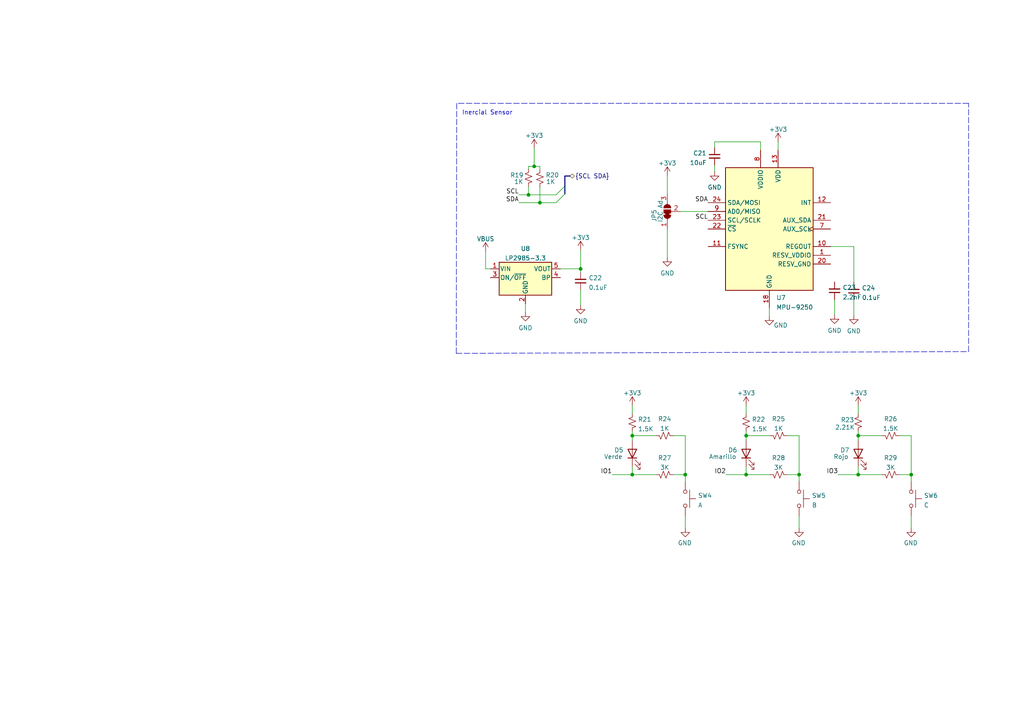
<source format=kicad_sch>
(kicad_sch (version 20211123) (generator eeschema)
  (paper "A4")
  (lib_symbols
    (symbol "Device:C_Small" (pin_numbers hide) (pin_names (offset 0.254) hide)
      (property "Reference" "C" (at 0.254 1.778 0))
      (property "Value" "C_Small" (at 0.254 -2.032 0))
      (symbol "C_Small_0_1"
        (polyline (pts (xy -1.524 -0.508) (xy 1.524 -0.508)) (stroke (width 0.3302)))
        (polyline (pts (xy -1.524 0.508) (xy 1.524 0.508)) (stroke (width 0.3048)))
      )
      (symbol "C_Small_1_1"
        (pin passive line (at 0 2.54 270) (length 2.032) (name "~") (number "1"))
        (pin passive line (at 0 -2.54 90) (length 2.032) (name "~") (number "2"))
      )
    )
    (symbol "Device:LED" (pin_numbers hide) (pin_names (offset 1.016) hide)
      (property "Reference" "D" (at 0 2.54 0))
      (property "Value" "LED" (at 0 -2.54 0))
      (symbol "LED_0_1"
        (polyline (pts (xy -1.27 -1.27) (xy -1.27 1.27)) (stroke (width 0.254)))
        (polyline (pts (xy -1.27 0) (xy 1.27 0)))
        (polyline (pts (xy 1.27 -1.27) (xy 1.27 1.27) (xy -1.27 0) (xy 1.27 -1.27)) (stroke (width 0.254)))
        (polyline (pts (xy -3.048 -0.762) (xy -4.572 -2.286) (xy -3.81 -2.286) (xy -4.572 -2.286) (xy -4.572 -1.524)))
        (polyline (pts (xy -1.778 -0.762) (xy -3.302 -2.286) (xy -2.54 -2.286) (xy -3.302 -2.286) (xy -3.302 -1.524)))
      )
      (symbol "LED_1_1"
        (pin passive line (at -3.81 0 0) (length 2.54) (name "K") (number "1"))
        (pin passive line (at 3.81 0 180) (length 2.54) (name "A") (number "2"))
      )
    )
    (symbol "Device:R_Small_US" (pin_numbers hide) (pin_names (offset 0.254) hide)
      (property "Reference" "R" (at 0.762 0.508 0))
      (property "Value" "R_Small_US" (at 0.762 -1.016 0))
      (symbol "R_Small_US_1_1"
        (polyline (pts (xy 0 0) (xy 1.016 -0.381) (xy 0 -0.762) (xy -1.016 -1.143) (xy 0 -1.524)))
        (polyline (pts (xy 0 1.524) (xy 1.016 1.143) (xy 0 0.762) (xy -1.016 0.381) (xy 0 0)))
        (pin passive line (at 0 2.54 270) (length 1.016) (name "~") (number "1"))
        (pin passive line (at 0 -2.54 90) (length 1.016) (name "~") (number "2"))
      )
    )
    (symbol "Jumper:SolderJumper_3_Bridged12" (pin_names (offset 0) hide)
      (property "Reference" "JP" (at -2.54 -2.54 0))
      (property "Value" "SolderJumper_3_Bridged12" (at 0 2.794 0))
      (symbol "SolderJumper_3_Bridged12_0_1"
        (rectangle (start -1.016 0.508) (end -0.508 -0.508) (fill (type outline)))
        (arc (start -1.016 1.016) (mid -2.032 0) (end -1.016 -1.016))
        (arc (start -1.016 1.016) (mid -2.032 0) (end -1.016 -1.016) (fill (type outline)))
        (rectangle (start -0.508 1.016) (end 0.508 -1.016) (fill (type outline)))
        (polyline (pts (xy -2.54 0) (xy -2.032 0)))
        (polyline (pts (xy -1.016 1.016) (xy -1.016 -1.016)))
        (polyline (pts (xy 0 -1.27) (xy 0 -1.016)))
        (polyline (pts (xy 1.016 1.016) (xy 1.016 -1.016)))
        (polyline (pts (xy 2.54 0) (xy 2.032 0)))
        (arc (start 1.016 -1.016) (mid 2.032 0) (end 1.016 1.016))
        (arc (start 1.016 -1.016) (mid 2.032 0) (end 1.016 1.016) (fill (type outline)))
      )
      (symbol "SolderJumper_3_Bridged12_1_1"
        (pin passive line (at -5.08 0 0) (length 2.54) (name "A") (number "1"))
        (pin input line (at 0 -3.81 90) (length 2.54) (name "C") (number "2"))
        (pin passive line (at 5.08 0 180) (length 2.54) (name "B") (number "3"))
      )
    )
    (symbol "Regulator_Linear:LP2985-3.3" (pin_names (offset 0.254))
      (property "Reference" "U" (at -6.35 5.715 0))
      (property "Value" "LP2985-3.3" (at 0 5.715 0))
      (symbol "LP2985-3.3_0_1"
        (rectangle (start -7.62 -5.08) (end 7.62 4.445) (stroke (width 0.254)) (fill (type background)))
      )
      (symbol "LP2985-3.3_1_1"
        (pin power_in line (at -10.16 2.54 0) (length 2.54) (name "VIN") (number "1"))
        (pin power_in line (at 0 -7.62 90) (length 2.54) (name "GND") (number "2"))
        (pin input line (at -10.16 0 0) (length 2.54) (name "ON/~{OFF}") (number "3"))
        (pin input line (at 10.16 0 180) (length 2.54) (name "BP") (number "4"))
        (pin power_out line (at 10.16 2.54 180) (length 2.54) (name "VOUT") (number "5"))
      )
    )
    (symbol "Sensor_Motion:MPU-9250"
      (property "Reference" "U" (at -11.43 19.05 0))
      (property "Value" "MPU-9250" (at 7.62 -19.05 0))
      (symbol "MPU-9250_0_1"
        (rectangle (start -12.7 17.78) (end 12.7 -17.78) (stroke (width 0.254)) (fill (type background)))
      )
      (symbol "MPU-9250_1_1"
        (pin input line (at 17.78 -7.62 180) (length 5.08) (name "RESV_VDDIO") (number "1"))
        (pin passive line (at 17.78 -5.08 180) (length 5.08) (name "REGOUT") (number "10"))
        (pin input line (at -17.78 -5.08 0) (length 5.08) (name "FSYNC") (number "11"))
        (pin output line (at 17.78 7.62 180) (length 5.08) (name "INT") (number "12"))
        (pin power_in line (at 2.54 22.86 270) (length 5.08) (name "VDD") (number "13"))
        (pin power_in line (at 0 -22.86 90) (length 5.08) (name "GND") (number "18"))
        (pin power_in line (at 17.78 -10.16 180) (length 5.08) (name "RESV_GND") (number "20"))
        (pin bidirectional line (at 17.78 2.54 180) (length 5.08) (name "AUX_SDA") (number "21"))
        (pin input line (at -17.78 0 0) (length 5.08) (name "~{CS}") (number "22"))
        (pin input line (at -17.78 2.54 0) (length 5.08) (name "SCL/SCLK") (number "23"))
        (pin bidirectional line (at -17.78 7.62 0) (length 5.08) (name "SDA/MOSI") (number "24"))
        (pin output clock (at 17.78 0 180) (length 5.08) (name "AUX_SCL") (number "7"))
        (pin power_in line (at -2.54 22.86 270) (length 5.08) (name "VDDIO") (number "8"))
        (pin bidirectional line (at -17.78 5.08 0) (length 5.08) (name "AD0/MISO") (number "9"))
      )
    )
    (symbol "Switch:SW_Push" (pin_numbers hide) (pin_names (offset 1.016) hide)
      (property "Reference" "SW" (at 1.27 2.54 0))
      (property "Value" "SW_Push" (at 0 -1.524 0))
      (symbol "SW_Push_0_1"
        (circle (center -2.032 0) (radius 0.508))
        (polyline (pts (xy 0 1.27) (xy 0 3.048)))
        (polyline (pts (xy 2.54 1.27) (xy -2.54 1.27)))
        (circle (center 2.032 0) (radius 0.508))
        (pin passive line (at -5.08 0 0) (length 2.54) (name "1") (number "1"))
        (pin passive line (at 5.08 0 180) (length 2.54) (name "2") (number "2"))
      )
    )
    (symbol "power:+3.3V" (power) (pin_names (offset 0))
      (property "Value" "+3.3V" (at 0 3.556 0))
      (symbol "+3.3V_0_1"
        (polyline (pts (xy -0.762 1.27) (xy 0 2.54)))
        (polyline (pts (xy 0 0) (xy 0 2.54)))
        (polyline (pts (xy 0 2.54) (xy 0.762 1.27)))
      )
      (symbol "+3.3V_1_1"
        (pin power_in line (at 0 0 90) (length 0) hide (name "+3V3") (number "1"))
      )
    )
    (symbol "power:+3V3" (power) (pin_names (offset 0))
      (property "Value" "+3V3" (at 0 3.556 0))
      (symbol "+3V3_0_1"
        (polyline (pts (xy -0.762 1.27) (xy 0 2.54)))
        (polyline (pts (xy 0 0) (xy 0 2.54)))
        (polyline (pts (xy 0 2.54) (xy 0.762 1.27)))
      )
      (symbol "+3V3_1_1"
        (pin power_in line (at 0 0 90) (length 0) hide (name "+3V3") (number "1"))
      )
    )
    (symbol "power:GND" (power) (pin_names (offset 0))
      (property "Value" "GND" (at 0 -3.81 0))
      (symbol "GND_0_1"
        (polyline (pts (xy 0 0) (xy 0 -1.27) (xy 1.27 -1.27) (xy 0 -2.54) (xy -1.27 -1.27) (xy 0 -1.27)))
      )
      (symbol "GND_1_1"
        (pin power_in line (at 0 0 270) (length 0) hide (name "GND") (number "1"))
      )
    )
    (symbol "power:VBUS" (power) (pin_names (offset 0))
      (property "Value" "VBUS" (at 0 3.81 0))
      (symbol "VBUS_0_1"
        (polyline (pts (xy -0.762 1.27) (xy 0 2.54)))
        (polyline (pts (xy 0 0) (xy 0 2.54)))
        (polyline (pts (xy 0 2.54) (xy 0.762 1.27)))
      )
      (symbol "VBUS_1_1"
        (pin power_in line (at 0 0 90) (length 0) hide (name "VBUS") (number "1"))
      )
    )
  )
  (junction (at 156.591 58.801))
  (junction (at 154.94 48.26))
  (junction (at 183.388 126.365))
  (junction (at 168.402 77.978))
  (junction (at 216.408 137.668))
  (junction (at 153.289 56.515))
  (junction (at 248.92 137.668))
  (junction (at 231.775 137.668))
  (junction (at 264.287 137.668))
  (junction (at 216.408 126.365))
  (junction (at 183.388 137.668))
  (junction (at 198.755 137.668))
  (junction (at 248.92 126.365))
  (bus_entry (at 163.83 56.261) (size -2.54 2.54))
  (bus_entry (at 163.83 53.975) (size -2.54 2.54))
  (wire (pts (xy 264.287 126.365) (xy 264.287 137.668)))
  (wire (pts (xy 154.94 48.26) (xy 156.591 48.26)))
  (wire (pts (xy 248.92 126.365) (xy 255.778 126.365)))
  (wire (pts (xy 140.843 77.978) (xy 142.24 77.978)))
  (wire (pts (xy 153.289 56.515) (xy 150.495 56.515)))
  (wire (pts (xy 153.289 54.102) (xy 153.289 56.515)))
  (wire (pts (xy 216.408 126.365) (xy 216.408 127.762)))
  (wire (pts (xy 216.408 137.668) (xy 216.408 135.382)))
  (wire (pts (xy 231.775 126.365) (xy 231.775 137.668)))
  (wire (pts (xy 168.402 84.074) (xy 168.402 88.519)))
  (wire (pts (xy 197.358 61.341) (xy 205.359 61.341)))
  (wire (pts (xy 195.326 126.365) (xy 198.755 126.365)))
  (wire (pts (xy 228.346 126.365) (xy 231.775 126.365)))
  (wire (pts (xy 190.246 137.668) (xy 183.388 137.668)))
  (wire (pts (xy 207.264 41.148) (xy 207.264 42.799)))
  (polyline (pts (xy 132.334 102.489) (xy 280.924 101.981)))
  (bus (pts (xy 163.83 53.975) (xy 163.83 56.261)))
  (wire (pts (xy 264.287 149.733) (xy 264.287 153.162)))
  (wire (pts (xy 193.548 50.927) (xy 193.548 56.261)))
  (wire (pts (xy 162.56 77.978) (xy 168.402 77.978)))
  (polyline (pts (xy 280.924 29.972) (xy 132.461 29.972)))
  (wire (pts (xy 225.679 41.148) (xy 225.679 43.561)))
  (wire (pts (xy 247.65 71.501) (xy 247.65 81.915)))
  (wire (pts (xy 260.858 137.668) (xy 264.287 137.668)))
  (wire (pts (xy 248.92 125.095) (xy 248.92 126.365)))
  (wire (pts (xy 198.755 126.365) (xy 198.755 137.668)))
  (wire (pts (xy 177.546 137.668) (xy 183.388 137.668)))
  (wire (pts (xy 195.326 137.668) (xy 198.755 137.668)))
  (wire (pts (xy 152.4 88.138) (xy 152.4 90.551)))
  (wire (pts (xy 156.591 48.26) (xy 156.591 49.149)))
  (wire (pts (xy 198.755 149.733) (xy 198.755 153.162)))
  (wire (pts (xy 183.388 125.095) (xy 183.388 126.365)))
  (wire (pts (xy 153.289 48.26) (xy 154.94 48.26)))
  (wire (pts (xy 240.919 71.501) (xy 247.65 71.501)))
  (wire (pts (xy 140.843 72.898) (xy 140.843 77.978)))
  (polyline (pts (xy 280.924 101.981) (xy 280.924 29.972)))
  (wire (pts (xy 210.566 137.668) (xy 216.408 137.668)))
  (wire (pts (xy 243.078 137.668) (xy 248.92 137.668)))
  (wire (pts (xy 156.591 58.801) (xy 161.29 58.801)))
  (wire (pts (xy 242.062 86.868) (xy 242.062 91.313)))
  (wire (pts (xy 228.346 137.668) (xy 231.775 137.668)))
  (wire (pts (xy 220.599 43.561) (xy 220.599 41.148)))
  (wire (pts (xy 168.402 72.517) (xy 168.402 77.978)))
  (wire (pts (xy 161.29 56.515) (xy 153.289 56.515)))
  (wire (pts (xy 154.94 42.926) (xy 154.94 48.26)))
  (wire (pts (xy 168.402 77.978) (xy 168.402 78.994)))
  (wire (pts (xy 198.755 137.668) (xy 198.755 139.573)))
  (wire (pts (xy 150.495 58.801) (xy 156.591 58.801)))
  (wire (pts (xy 220.599 41.148) (xy 207.264 41.148)))
  (wire (pts (xy 248.92 126.365) (xy 248.92 127.762)))
  (wire (pts (xy 223.139 89.281) (xy 223.139 91.694)))
  (wire (pts (xy 207.264 47.879) (xy 207.264 49.784)))
  (wire (pts (xy 248.92 117.602) (xy 248.92 120.015)))
  (wire (pts (xy 248.92 137.668) (xy 248.92 135.382)))
  (wire (pts (xy 264.287 137.668) (xy 264.287 139.573)))
  (bus (pts (xy 163.83 51.054) (xy 163.83 53.975)))
  (wire (pts (xy 260.858 126.365) (xy 264.287 126.365)))
  (wire (pts (xy 153.289 49.022) (xy 153.289 48.26)))
  (polyline (pts (xy 132.461 29.972) (xy 132.334 102.489)))
  (bus (pts (xy 165.354 51.054) (xy 163.83 51.054)))
  (wire (pts (xy 193.548 66.421) (xy 193.548 74.676)))
  (wire (pts (xy 216.408 117.602) (xy 216.408 120.015)))
  (wire (pts (xy 183.388 126.365) (xy 190.246 126.365)))
  (wire (pts (xy 223.266 137.668) (xy 216.408 137.668)))
  (wire (pts (xy 231.775 137.668) (xy 231.775 139.573)))
  (wire (pts (xy 255.778 137.668) (xy 248.92 137.668)))
  (wire (pts (xy 247.65 86.995) (xy 247.65 91.44)))
  (wire (pts (xy 183.388 137.668) (xy 183.388 135.382)))
  (wire (pts (xy 156.591 58.801) (xy 156.591 54.229)))
  (wire (pts (xy 231.775 149.733) (xy 231.775 153.162)))
  (wire (pts (xy 183.388 117.602) (xy 183.388 120.015)))
  (wire (pts (xy 216.408 125.095) (xy 216.408 126.365)))
  (wire (pts (xy 216.408 126.365) (xy 223.266 126.365)))
  (wire (pts (xy 183.388 126.365) (xy 183.388 127.762)))
  (text "Inercial Sensor" (at 133.985 33.528 0) (effects (font (size 1.27 1.27)) (justify left bottom)))
  (label "SDA" (at 150.495 58.801 180))
  (label "IO3" (at 243.078 137.668 180))
  (label "SDA" (at 205.359 58.801 180))
  (label "SCL" (at 205.359 63.881 180))
  (label "SCL" (at 150.495 56.515 180))
  (label "IO2" (at 210.566 137.668 180))
  (label "IO1" (at 177.546 137.668 180))
  (hierarchical_label "{SCL SDA}" (shape bidirectional) (at 165.354 51.054 0))
  (symbol (lib_id "Device:C_Small") (at 207.264 45.339 0) (mirror y) (unit 1)
    (property "Reference" "C21" (at 204.9399 44.4368 0) (effects (justify left)))
    (property "Value" "10uF" (at 204.9399 47.2119 0) (effects (justify left)))
    (property "Footprint" "Capacitor_SMD:C_0805_2012Metric" (effects hide))
  )
  (symbol (lib_id "Device:C_Small") (at 247.65 84.455 180) (unit 1)
    (property "Reference" "C24" (at 249.9741 83.5401 0) (effects (justify right)))
    (property "Value" "0.1uF" (at 249.9741 86.3152 0) (effects (justify right)))
    (property "Footprint" "Capacitor_SMD:C_0805_2012Metric" (effects hide))
  )
  (symbol (lib_id "Device:LED") (at 216.408 131.572 90) (unit 1)
    (property "Reference" "D6" (at 213.868 130.556 90) (effects (justify left)))
    (property "Value" "Amarillo" (at 213.614 132.461 90) (effects (justify left)))
    (property "Footprint" "LED_THT:LED_D5.0mm" (effects hide))
  )
  (symbol (lib_id "Device:LED") (at 248.92 131.572 90) (unit 1)
    (property "Reference" "D7" (at 246.38 130.556 90) (effects (justify left)))
    (property "Value" "Rojo" (at 246.126 132.461 90) (effects (justify left)))
    (property "Footprint" "LED_THT:LED_D5.0mm" (effects hide))
  )
  (symbol (lib_id "Switch:SW_Push") (at 231.775 144.653 270) (mirror x) (unit 1)
    (property "Reference" "SW5" (at 235.458 143.7445 90) (effects (justify left)))
    (property "Value" "B" (at 235.458 146.5196 90) (effects (justify left)))
    (property "Footprint" "Button_Switch_SMD:SW_SPST_B3U-1000P" (effects hide))
  )
  (symbol (lib_id "Device:C_Small") (at 168.402 81.534 180) (unit 1)
    (property "Reference" "C22" (at 170.7261 80.6191 0) (effects (justify right)))
    (property "Value" "0.1uF" (at 170.7261 83.3942 0) (effects (justify right)))
    (property "Footprint" "Capacitor_SMD:C_0805_2012Metric" (effects hide))
  )
  (symbol (lib_id "Device:R_Small_US") (at 216.408 122.555 0) (mirror y) (unit 1)
    (property "Reference" "R22" (at 218.059 121.6465 0) (effects (justify right)))
    (property "Value" "1.5K" (at 218.059 124.4216 0) (effects (justify right)))
    (property "Footprint" "Resistor_SMD:R_0805_2012Metric" (effects hide))
  )
  (symbol (lib_id "power:GND") (at 242.062 91.313 0) (unit 1)
    (property "Reference" "#PWR067" (effects hide))
    (property "Value" "GND" (at 242.062 95.8755 0))
  )
  (symbol (lib_id "Device:R_Small_US") (at 183.388 122.555 0) (mirror y) (unit 1)
    (property "Reference" "R21" (at 185.039 121.6465 0) (effects (justify right)))
    (property "Value" "1.5K" (at 185.039 124.4216 0) (effects (justify right)))
    (property "Footprint" "Resistor_SMD:R_0805_2012Metric" (effects hide))
  )
  (symbol (lib_id "Regulator_Linear:LP2985-3.3") (at 152.4 80.518 0) (unit 1)
    (property "Reference" "U8" (at 152.4 72.1065 0))
    (property "Value" "LP2985-3.3" (at 152.4 74.8816 0))
    (property "Footprint" "Package_TO_SOT_SMD:SOT-23-5" (effects hide))
    (property "Datasheet" "http://www.ti.com/lit/ds/symlink/lp2985.pdf" (effects hide))
  )
  (symbol (lib_id "Device:R_Small_US") (at 156.591 51.689 0) (mirror y) (unit 1)
    (property "Reference" "R20" (at 158.242 50.7805 0) (effects (justify right)))
    (property "Value" "1K" (at 158.369 52.705 0) (effects (justify right)))
    (property "Footprint" "Resistor_SMD:R_0805_2012Metric" (effects hide))
  )
  (symbol (lib_id "power:+3V3") (at 193.548 50.927 0) (unit 1)
    (property "Reference" "#PWR061" (effects hide))
    (property "Value" "+3V3" (at 193.548 47.3225 0))
  )
  (symbol (lib_id "power:+3V3") (at 168.402 72.517 0) (unit 1)
    (property "Reference" "#PWR062" (effects hide))
    (property "Value" "+3V3" (at 168.402 68.9125 0))
  )
  (symbol (lib_id "Device:R_Small_US") (at 248.92 122.555 0) (mirror y) (unit 1)
    (property "Reference" "R23" (at 243.84 121.793 0) (effects (justify right)))
    (property "Value" "2.21K" (at 242.189 123.952 0) (effects (justify right)))
    (property "Footprint" "Resistor_SMD:R_0805_2012Metric" (effects hide))
  )
  (symbol (lib_id "power:GND") (at 264.287 153.162 0) (mirror y) (unit 1)
    (property "Reference" "#PWR075" (effects hide))
    (property "Value" "GND" (at 264.16 157.48 0))
  )
  (symbol (lib_id "power:+3V3") (at 225.679 41.148 0) (unit 1)
    (property "Reference" "#PWR058" (effects hide))
    (property "Value" "+3V3" (at 225.679 37.5435 0))
  )
  (symbol (lib_id "Switch:SW_Push") (at 198.755 144.653 270) (mirror x) (unit 1)
    (property "Reference" "SW4" (at 202.438 143.7445 90) (effects (justify left)))
    (property "Value" "A" (at 202.438 146.5196 90) (effects (justify left)))
    (property "Footprint" "Button_Switch_SMD:SW_SPST_B3U-1000P" (effects hide))
  )
  (symbol (lib_id "Device:R_Small_US") (at 192.786 126.365 90) (mirror x) (unit 1)
    (property "Reference" "R24" (at 192.786 121.5095 90))
    (property "Value" "1K" (at 192.786 124.2846 90))
    (property "Footprint" "Resistor_SMD:R_0805_2012Metric" (effects hide))
  )
  (symbol (lib_id "Device:R_Small_US") (at 258.318 137.668 90) (mirror x) (unit 1)
    (property "Reference" "R29" (at 258.318 132.8125 90))
    (property "Value" "3K" (at 258.318 135.5876 90))
    (property "Footprint" "Resistor_SMD:R_0805_2012Metric" (effects hide))
  )
  (symbol (lib_id "Jumper:SolderJumper_3_Bridged12") (at 193.548 61.341 90) (unit 1)
    (property "Reference" "JP5" (at 189.738 64.389 0) (effects (justify left)))
    (property "Value" "I2C Ad" (at 191.516 64.516 0) (effects (justify left)))
    (property "Footprint" "Jumper:SolderJumper-3_P1.3mm_Bridged12_RoundedPad1.0x1.5mm" (effects hide))
  )
  (symbol (lib_id "power:+3.3V") (at 216.408 117.602 0) (unit 1)
    (property "Reference" "#PWR071" (effects hide))
    (property "Value" "+3.3V" (at 216.408 113.9975 0))
  )
  (symbol (lib_id "Device:C_Small") (at 242.062 84.328 180) (unit 1)
    (property "Reference" "C23" (at 244.3861 83.4131 0) (effects (justify right)))
    (property "Value" "2.2nF" (at 244.3861 86.1882 0) (effects (justify right)))
    (property "Footprint" "Capacitor_SMD:C_0805_2012Metric" (effects hide))
  )
  (symbol (lib_id "power:GND") (at 223.139 91.694 0) (unit 1)
    (property "Reference" "#PWR069" (effects hide))
    (property "Value" "GND" (at 226.441 94.361 0))
  )
  (symbol (lib_id "power:+3.3V") (at 183.388 117.602 0) (unit 1)
    (property "Reference" "#PWR070" (effects hide))
    (property "Value" "+3.3V" (at 183.388 113.9975 0))
  )
  (symbol (lib_id "Device:R_Small_US") (at 225.806 137.668 90) (mirror x) (unit 1)
    (property "Reference" "R28" (at 225.806 132.8125 90))
    (property "Value" "3K" (at 225.806 135.5876 90))
    (property "Footprint" "Resistor_SMD:R_0805_2012Metric" (effects hide))
  )
  (symbol (lib_id "Sensor_Motion:MPU-9250") (at 223.139 66.421 0) (unit 1)
    (property "Reference" "U7" (at 225.1584 86.3505 0) (effects (justify left)))
    (property "Value" "MPU-9250" (at 225.1584 89.1256 0) (effects (justify left)))
    (property "Footprint" "Sensor_Motion:InvenSense_QFN-24_3x3mm_P0.4mm" (effects hide))
    (property "Datasheet" "https://store.invensense.com/datasheets/invensense/MPU9250REV1.0.pdf" (effects hide))
  )
  (symbol (lib_id "Switch:SW_Push") (at 264.287 144.653 270) (mirror x) (unit 1)
    (property "Reference" "SW6" (at 267.97 143.7445 90) (effects (justify left)))
    (property "Value" "C" (at 267.97 146.5196 90) (effects (justify left)))
    (property "Footprint" "Button_Switch_SMD:SW_SPST_B3U-1000P" (effects hide))
  )
  (symbol (lib_id "power:GND") (at 247.65 91.44 0) (unit 1)
    (property "Reference" "#PWR068" (effects hide))
    (property "Value" "GND" (at 247.65 96.0025 0))
  )
  (symbol (lib_id "Device:R_Small_US") (at 153.289 51.562 0) (mirror y) (unit 1)
    (property "Reference" "R19" (at 147.955 50.8 0) (effects (justify right)))
    (property "Value" "1K" (at 149.098 52.705 0) (effects (justify right)))
    (property "Footprint" "Resistor_SMD:R_0805_2012Metric" (effects hide))
  )
  (symbol (lib_id "Device:LED") (at 183.388 131.572 90) (unit 1)
    (property "Reference" "D5" (at 180.848 130.556 90) (effects (justify left)))
    (property "Value" "Verde" (at 180.594 132.461 90) (effects (justify left)))
    (property "Footprint" "LED_THT:LED_D5.0mm" (effects hide))
  )
  (symbol (lib_id "power:+3.3V") (at 248.92 117.602 0) (unit 1)
    (property "Reference" "#PWR072" (effects hide))
    (property "Value" "+3.3V" (at 248.92 113.9975 0))
  )
  (symbol (lib_id "power:+3V3") (at 154.94 42.926 0) (unit 1)
    (property "Reference" "#PWR059" (effects hide))
    (property "Value" "+3V3" (at 154.94 39.3215 0))
  )
  (symbol (lib_id "Device:R_Small_US") (at 192.786 137.668 90) (mirror x) (unit 1)
    (property "Reference" "R27" (at 192.786 132.8125 90))
    (property "Value" "3K" (at 192.786 135.5876 90))
    (property "Footprint" "Resistor_SMD:R_0805_2012Metric" (effects hide))
  )
  (symbol (lib_id "power:GND") (at 168.402 88.519 0) (unit 1)
    (property "Reference" "#PWR065" (effects hide))
    (property "Value" "GND" (at 168.402 93.0815 0))
  )
  (symbol (lib_id "power:GND") (at 152.4 90.551 0) (unit 1)
    (property "Reference" "#PWR066" (effects hide))
    (property "Value" "GND" (at 152.4 95.1135 0))
  )
  (symbol (lib_id "power:GND") (at 198.755 153.162 0) (mirror y) (unit 1)
    (property "Reference" "#PWR073" (effects hide))
    (property "Value" "GND" (at 198.628 157.48 0))
  )
  (symbol (lib_id "Device:R_Small_US") (at 225.806 126.365 90) (mirror x) (unit 1)
    (property "Reference" "R25" (at 225.806 121.5095 90))
    (property "Value" "1K" (at 225.806 124.2846 90))
    (property "Footprint" "Resistor_SMD:R_0805_2012Metric" (effects hide))
  )
  (symbol (lib_id "power:GND") (at 207.264 49.784 0) (unit 1)
    (property "Reference" "#PWR060" (effects hide))
    (property "Value" "GND" (at 207.264 54.3465 0))
  )
  (symbol (lib_id "power:GND") (at 193.548 74.676 0) (unit 1)
    (property "Reference" "#PWR064" (effects hide))
    (property "Value" "GND" (at 193.548 79.2385 0))
  )
  (symbol (lib_id "power:GND") (at 231.775 153.162 0) (mirror y) (unit 1)
    (property "Reference" "#PWR074" (effects hide))
    (property "Value" "GND" (at 231.648 157.48 0))
  )
  (symbol (lib_id "power:VBUS") (at 140.843 72.898 0) (mirror y) (unit 1)
    (property "Reference" "#PWR063" (effects hide))
    (property "Value" "VBUS" (at 140.843 69.2935 0))
  )
  (symbol (lib_id "Device:R_Small_US") (at 258.318 126.365 90) (mirror x) (unit 1)
    (property "Reference" "R26" (at 258.318 121.5095 90))
    (property "Value" "1.5K" (at 258.318 124.2846 90))
    (property "Footprint" "Resistor_SMD:R_0805_2012Metric" (effects hide))
  )
)
</source>
